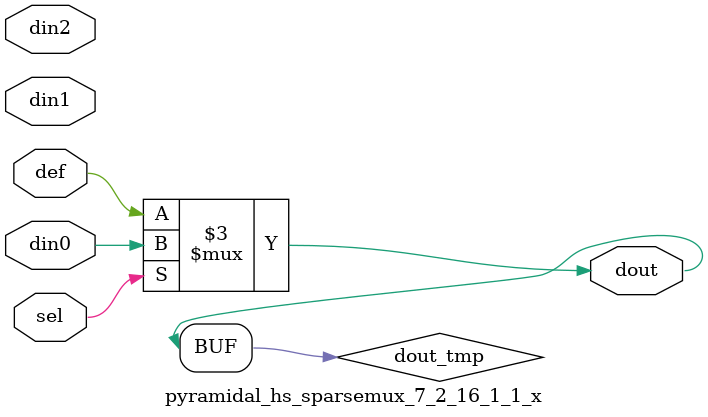
<source format=v>
`timescale 1ns / 1ps

(* DowngradeIPIdentifiedWarnings="yes" *) module pyramidal_hs_sparsemux_7_2_16_1_1_x (din0,din1,din2,def,sel,dout);

parameter din0_WIDTH = 1;

parameter din1_WIDTH = 1;

parameter din2_WIDTH = 1;

parameter def_WIDTH = 1;
parameter sel_WIDTH = 1;
parameter dout_WIDTH = 1;

parameter [sel_WIDTH-1:0] CASE0 = 1;

parameter [sel_WIDTH-1:0] CASE1 = 1;

parameter [sel_WIDTH-1:0] CASE2 = 1;

parameter ID = 1;
parameter NUM_STAGE = 1;



input [din0_WIDTH-1:0] din0;

input [din1_WIDTH-1:0] din1;

input [din2_WIDTH-1:0] din2;

input [def_WIDTH-1:0] def;
input [sel_WIDTH-1:0] sel;

output [dout_WIDTH-1:0] dout;



reg [dout_WIDTH-1:0] dout_tmp;


always @ (*) begin
(* parallel_case *) case (sel)
    
    CASE0 : dout_tmp = din0;
    
    CASE1 : dout_tmp = din1;
    
    CASE2 : dout_tmp = din2;
    
    default : dout_tmp = def;
endcase
end


assign dout = dout_tmp;



endmodule

</source>
